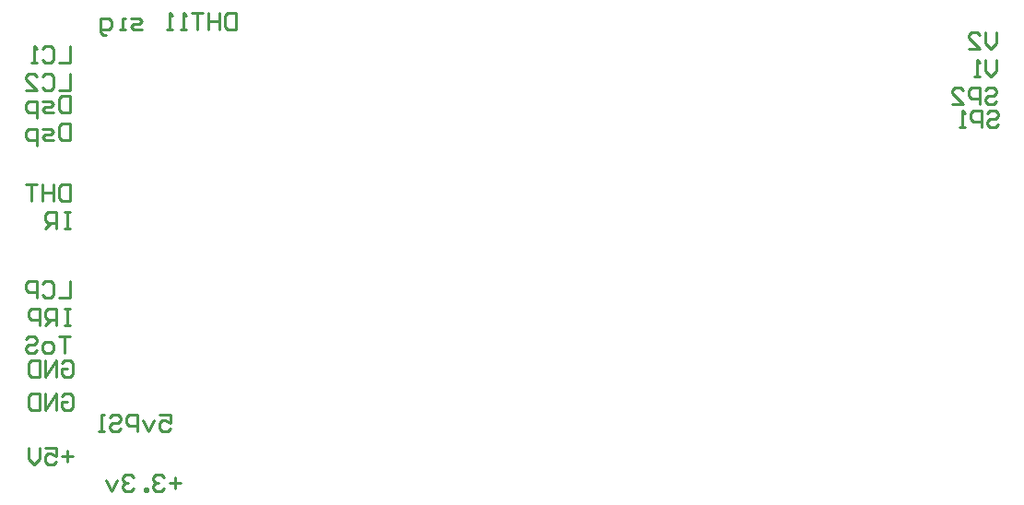
<source format=gbo>
G04*
G04 #@! TF.GenerationSoftware,Altium Limited,Altium Designer,24.2.2 (26)*
G04*
G04 Layer_Color=32896*
%FSLAX44Y44*%
%MOMM*%
G71*
G04*
G04 #@! TF.SameCoordinates,FF9118C4-6FED-4B38-AEEA-9CBEA1064A6B*
G04*
G04*
G04 #@! TF.FilePolarity,Positive*
G04*
G01*
G75*
%ADD16C,0.2540*%
D16*
X1165860Y728975D02*
Y718818D01*
X1160782Y713740D01*
X1155703Y718818D01*
Y728975D01*
X1140468Y713740D02*
X1150625D01*
X1140468Y723897D01*
Y726436D01*
X1143007Y728975D01*
X1148086D01*
X1150625Y726436D01*
X1165860Y703575D02*
Y693418D01*
X1160782Y688340D01*
X1155703Y693418D01*
Y703575D01*
X1150625Y688340D02*
X1145547D01*
X1148086D01*
Y703575D01*
X1150625Y701036D01*
X1155703Y675636D02*
X1158242Y678175D01*
X1163321D01*
X1165860Y675636D01*
Y673097D01*
X1163321Y670557D01*
X1158242D01*
X1155703Y668018D01*
Y665479D01*
X1158242Y662940D01*
X1163321D01*
X1165860Y665479D01*
X1150625Y662940D02*
Y678175D01*
X1143007D01*
X1140468Y675636D01*
Y670557D01*
X1143007Y668018D01*
X1150625D01*
X1125233Y662940D02*
X1135390D01*
X1125233Y673097D01*
Y675636D01*
X1127772Y678175D01*
X1132851D01*
X1135390Y675636D01*
X1157303Y655236D02*
X1159843Y657775D01*
X1164921D01*
X1167460Y655236D01*
Y652697D01*
X1164921Y650157D01*
X1159843D01*
X1157303Y647618D01*
Y645079D01*
X1159843Y642540D01*
X1164921D01*
X1167460Y645079D01*
X1152225Y642540D02*
Y657775D01*
X1144607D01*
X1142068Y655236D01*
Y650157D01*
X1144607Y647618D01*
X1152225D01*
X1136990Y642540D02*
X1131911D01*
X1134451D01*
Y657775D01*
X1136990Y655236D01*
X314960Y449575D02*
X304803D01*
X309882D01*
Y434340D01*
X297186D02*
X292107D01*
X289568Y436879D01*
Y441958D01*
X292107Y444497D01*
X297186D01*
X299725Y441958D01*
Y436879D01*
X297186Y434340D01*
X274333Y447036D02*
X276872Y449575D01*
X281951D01*
X284490Y447036D01*
Y444497D01*
X281951Y441958D01*
X276872D01*
X274333Y439418D01*
Y436879D01*
X276872Y434340D01*
X281951D01*
X284490Y436879D01*
X397303Y377775D02*
X407460D01*
Y370158D01*
X402382Y372697D01*
X399842D01*
X397303Y370158D01*
Y365079D01*
X399842Y362540D01*
X404921D01*
X407460Y365079D01*
X392225Y372697D02*
X387147Y362540D01*
X382068Y372697D01*
X376990Y362540D02*
Y377775D01*
X369372D01*
X366833Y375236D01*
Y370158D01*
X369372Y367618D01*
X376990D01*
X351598Y375236D02*
X354137Y377775D01*
X359216D01*
X361755Y375236D01*
Y372697D01*
X359216Y370158D01*
X354137D01*
X351598Y367618D01*
Y365079D01*
X354137Y362540D01*
X359216D01*
X361755Y365079D01*
X346520Y362540D02*
X341441D01*
X343980D01*
Y377775D01*
X346520D01*
X416560Y314958D02*
X406403D01*
X411482Y320036D02*
Y309879D01*
X401325Y320036D02*
X398786Y322575D01*
X393707D01*
X391168Y320036D01*
Y317497D01*
X393707Y314958D01*
X396247D01*
X393707D01*
X391168Y312418D01*
Y309879D01*
X393707Y307340D01*
X398786D01*
X401325Y309879D01*
X386090Y307340D02*
Y309879D01*
X383551D01*
Y307340D01*
X386090D01*
X373394Y320036D02*
X370855Y322575D01*
X365776D01*
X363237Y320036D01*
Y317497D01*
X365776Y314958D01*
X368316D01*
X365776D01*
X363237Y312418D01*
Y309879D01*
X365776Y307340D01*
X370855D01*
X373394Y309879D01*
X358159Y317497D02*
X353080Y307340D01*
X348002Y317497D01*
X317460Y340158D02*
X307303D01*
X312382Y345236D02*
Y335079D01*
X292068Y347775D02*
X302225D01*
Y340158D01*
X297147Y342697D01*
X294607D01*
X292068Y340158D01*
Y335079D01*
X294607Y332540D01*
X299686D01*
X302225Y335079D01*
X286990Y347775D02*
Y337618D01*
X281912Y332540D01*
X276833Y337618D01*
Y347775D01*
X307303Y395236D02*
X309842Y397775D01*
X314921D01*
X317460Y395236D01*
Y385079D01*
X314921Y382540D01*
X309842D01*
X307303Y385079D01*
Y390158D01*
X312382D01*
X302225Y382540D02*
Y397775D01*
X292068Y382540D01*
Y397775D01*
X286990D02*
Y382540D01*
X279372D01*
X276833Y385079D01*
Y395236D01*
X279372Y397775D01*
X286990D01*
X307303Y425236D02*
X309842Y427775D01*
X314921D01*
X317460Y425236D01*
Y415079D01*
X314921Y412540D01*
X309842D01*
X307303Y415079D01*
Y420158D01*
X312382D01*
X302225Y412540D02*
Y427775D01*
X292068Y412540D01*
Y427775D01*
X286990D02*
Y412540D01*
X279372D01*
X276833Y415079D01*
Y425236D01*
X279372Y427775D01*
X286990D01*
X314960Y563875D02*
X309882D01*
X312421D01*
Y548640D01*
X314960D01*
X309882D01*
X302264D02*
Y563875D01*
X294647D01*
X292107Y561336D01*
Y556258D01*
X294647Y553718D01*
X302264D01*
X297186D02*
X292107Y548640D01*
X314960Y474975D02*
X309882D01*
X312421D01*
Y459740D01*
X314960D01*
X309882D01*
X302264D02*
Y474975D01*
X294647D01*
X292107Y472436D01*
Y467357D01*
X294647Y464818D01*
X302264D01*
X297186D02*
X292107Y459740D01*
X287029D02*
Y474975D01*
X279412D01*
X276872Y472436D01*
Y467357D01*
X279412Y464818D01*
X287029D01*
X314960Y500375D02*
Y485140D01*
X304803D01*
X289568Y497836D02*
X292107Y500375D01*
X297186D01*
X299725Y497836D01*
Y487679D01*
X297186Y485140D01*
X292107D01*
X289568Y487679D01*
X284490Y485140D02*
Y500375D01*
X276872D01*
X274333Y497836D01*
Y492757D01*
X276872Y490218D01*
X284490D01*
X314960Y589275D02*
Y574040D01*
X307342D01*
X304803Y576579D01*
Y586736D01*
X307342Y589275D01*
X314960D01*
X299725D02*
Y574040D01*
Y581657D01*
X289568D01*
Y589275D01*
Y574040D01*
X284490Y589275D02*
X274333D01*
X279412D01*
Y574040D01*
X467360Y746753D02*
Y731518D01*
X459743D01*
X457203Y734057D01*
Y744214D01*
X459743Y746753D01*
X467360D01*
X452125D02*
Y731518D01*
Y739136D01*
X441968D01*
Y746753D01*
Y731518D01*
X436890Y746753D02*
X426733D01*
X431811D01*
Y731518D01*
X421655D02*
X416576D01*
X419116D01*
Y746753D01*
X421655Y744214D01*
X408959Y731518D02*
X403881D01*
X406420D01*
Y746753D01*
X408959Y744214D01*
X381028Y731518D02*
X373410D01*
X370871Y734057D01*
X373410Y736597D01*
X378489D01*
X381028Y739136D01*
X378489Y741675D01*
X370871D01*
X365793Y731518D02*
X360714D01*
X363254D01*
Y741675D01*
X365793D01*
X348019Y726440D02*
X345479D01*
X342940Y728979D01*
Y741675D01*
X350558D01*
X353097Y739136D01*
Y734057D01*
X350558Y731518D01*
X342940D01*
X314960Y690875D02*
Y675640D01*
X304803D01*
X289568Y688336D02*
X292107Y690875D01*
X297186D01*
X299725Y688336D01*
Y678179D01*
X297186Y675640D01*
X292107D01*
X289568Y678179D01*
X274333Y675640D02*
X284490D01*
X274333Y685797D01*
Y688336D01*
X276872Y690875D01*
X281951D01*
X284490Y688336D01*
X314960Y670553D02*
Y655318D01*
X307342D01*
X304803Y657858D01*
Y668014D01*
X307342Y670553D01*
X314960D01*
X299725Y655318D02*
X292107D01*
X289568Y657858D01*
X292107Y660397D01*
X297186D01*
X299725Y662936D01*
X297186Y665475D01*
X289568D01*
X284490Y650240D02*
Y665475D01*
X276872D01*
X274333Y662936D01*
Y657858D01*
X276872Y655318D01*
X284490D01*
X314960Y645153D02*
Y629918D01*
X307342D01*
X304803Y632458D01*
Y642614D01*
X307342Y645153D01*
X314960D01*
X299725Y629918D02*
X292107D01*
X289568Y632458D01*
X292107Y634997D01*
X297186D01*
X299725Y637536D01*
X297186Y640075D01*
X289568D01*
X284490Y624840D02*
Y640075D01*
X276872D01*
X274333Y637536D01*
Y632458D01*
X276872Y629918D01*
X284490D01*
X314960Y716275D02*
Y701040D01*
X304803D01*
X289568Y713736D02*
X292107Y716275D01*
X297186D01*
X299725Y713736D01*
Y703579D01*
X297186Y701040D01*
X292107D01*
X289568Y703579D01*
X284490Y701040D02*
X279412D01*
X281951D01*
Y716275D01*
X284490Y713736D01*
M02*

</source>
